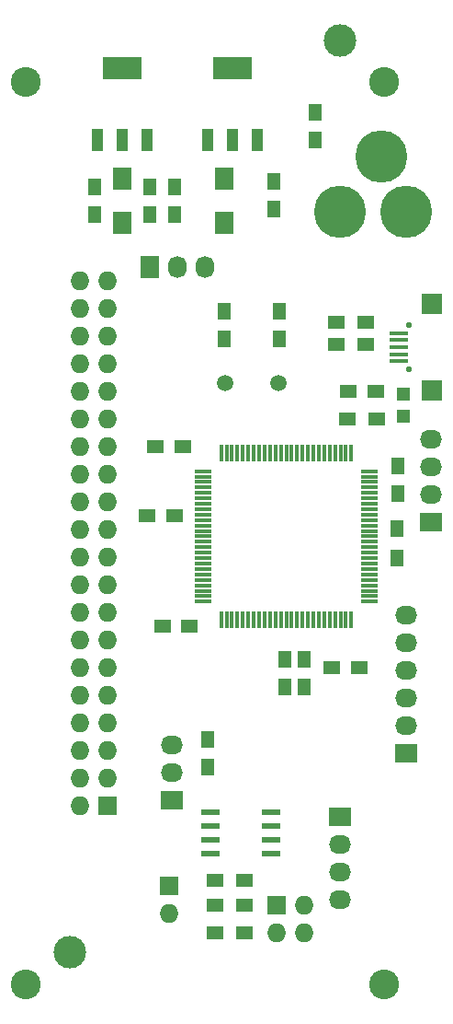
<source format=gbr>
G04 #@! TF.FileFunction,Soldermask,Top*
%FSLAX46Y46*%
G04 Gerber Fmt 4.6, Leading zero omitted, Abs format (unit mm)*
G04 Created by KiCad (PCBNEW 4.0.1-stable) date 12/18/2016 7:56:37 PM*
%MOMM*%
G01*
G04 APERTURE LIST*
%ADD10C,0.100000*%
%ADD11R,1.500000X0.300000*%
%ADD12R,0.300000X1.500000*%
%ADD13R,1.500000X1.250000*%
%ADD14R,1.250000X1.500000*%
%ADD15R,1.700000X2.000000*%
%ADD16C,3.000000*%
%ADD17R,2.032000X1.727200*%
%ADD18O,2.032000X1.727200*%
%ADD19R,1.727200X1.727200*%
%ADD20O,1.727200X1.727200*%
%ADD21R,1.727200X2.032000*%
%ADD22O,1.727200X2.032000*%
%ADD23C,2.750000*%
%ADD24R,1.500000X1.300000*%
%ADD25R,1.300000X1.500000*%
%ADD26R,1.651000X0.599440*%
%ADD27C,4.800600*%
%ADD28R,3.657600X2.032000*%
%ADD29R,1.016000X2.032000*%
%ADD30R,1.800000X0.400000*%
%ADD31C,0.550000*%
%ADD32R,1.900000X1.900000*%
%ADD33C,1.501140*%
%ADD34R,1.198880X1.198880*%
G04 APERTURE END LIST*
D10*
D11*
X47705000Y-63785000D03*
X47705000Y-63285000D03*
X47705000Y-62785000D03*
X47705000Y-62285000D03*
X47705000Y-61785000D03*
X47705000Y-61285000D03*
X47705000Y-60785000D03*
X47705000Y-60285000D03*
X47705000Y-59785000D03*
X47705000Y-59285000D03*
X47705000Y-58785000D03*
X47705000Y-58285000D03*
X47705000Y-57785000D03*
X47705000Y-57285000D03*
X47705000Y-56785000D03*
X47705000Y-56285000D03*
X47705000Y-55785000D03*
X47705000Y-55285000D03*
X47705000Y-54785000D03*
X47705000Y-54285000D03*
X47705000Y-53785000D03*
X47705000Y-53285000D03*
X47705000Y-52785000D03*
X47705000Y-52285000D03*
X47705000Y-51785000D03*
D12*
X46005000Y-50085000D03*
X45505000Y-50085000D03*
X45005000Y-50085000D03*
X44505000Y-50085000D03*
X44005000Y-50085000D03*
X43505000Y-50085000D03*
X43005000Y-50085000D03*
X42505000Y-50085000D03*
X42005000Y-50085000D03*
X41505000Y-50085000D03*
X41005000Y-50085000D03*
X40505000Y-50085000D03*
X40005000Y-50085000D03*
X39505000Y-50085000D03*
X39005000Y-50085000D03*
X38505000Y-50085000D03*
X38005000Y-50085000D03*
X37505000Y-50085000D03*
X37005000Y-50085000D03*
X36505000Y-50085000D03*
X36005000Y-50085000D03*
X35505000Y-50085000D03*
X35005000Y-50085000D03*
X34505000Y-50085000D03*
X34005000Y-50085000D03*
D11*
X32305000Y-51785000D03*
X32305000Y-52285000D03*
X32305000Y-52785000D03*
X32305000Y-53285000D03*
X32305000Y-53785000D03*
X32305000Y-54285000D03*
X32305000Y-54785000D03*
X32305000Y-55285000D03*
X32305000Y-55785000D03*
X32305000Y-56285000D03*
X32305000Y-56785000D03*
X32305000Y-57285000D03*
X32305000Y-57785000D03*
X32305000Y-58285000D03*
X32305000Y-58785000D03*
X32305000Y-59285000D03*
X32305000Y-59785000D03*
X32305000Y-60285000D03*
X32305000Y-60785000D03*
X32305000Y-61285000D03*
X32305000Y-61785000D03*
X32305000Y-62285000D03*
X32305000Y-62785000D03*
X32305000Y-63285000D03*
X32305000Y-63785000D03*
D12*
X34005000Y-65485000D03*
X34505000Y-65485000D03*
X35005000Y-65485000D03*
X35505000Y-65485000D03*
X36005000Y-65485000D03*
X36505000Y-65485000D03*
X37005000Y-65485000D03*
X37505000Y-65485000D03*
X38005000Y-65485000D03*
X38505000Y-65485000D03*
X39005000Y-65485000D03*
X39505000Y-65485000D03*
X40005000Y-65485000D03*
X40505000Y-65485000D03*
X41005000Y-65485000D03*
X41505000Y-65485000D03*
X42005000Y-65485000D03*
X42505000Y-65485000D03*
X43005000Y-65485000D03*
X43505000Y-65485000D03*
X44005000Y-65485000D03*
X44505000Y-65485000D03*
X45005000Y-65485000D03*
X45505000Y-65485000D03*
X46005000Y-65485000D03*
D13*
X44216000Y-69850000D03*
X46716000Y-69850000D03*
D14*
X50292000Y-53828000D03*
X50292000Y-51328000D03*
D13*
X31095000Y-66040000D03*
X28595000Y-66040000D03*
X48240000Y-44450000D03*
X45740000Y-44450000D03*
D14*
X32766000Y-78974000D03*
X32766000Y-76474000D03*
D13*
X30460000Y-49530000D03*
X27960000Y-49530000D03*
D14*
X39878000Y-71608000D03*
X39878000Y-69108000D03*
X41656000Y-71608000D03*
X41656000Y-69108000D03*
D13*
X27198000Y-55880000D03*
X29698000Y-55880000D03*
D15*
X24892000Y-28924000D03*
X24892000Y-24924000D03*
X34290000Y-28924000D03*
X34290000Y-24924000D03*
D16*
X44958000Y-12192000D03*
X20066000Y-96012000D03*
D17*
X53340000Y-56515000D03*
D18*
X53340000Y-53975000D03*
X53340000Y-51435000D03*
X53340000Y-48895000D03*
D19*
X29210000Y-89916000D03*
D20*
X29210000Y-92456000D03*
D21*
X27432000Y-33020000D03*
D22*
X29972000Y-33020000D03*
X32512000Y-33020000D03*
D17*
X29464000Y-82042000D03*
D18*
X29464000Y-79502000D03*
X29464000Y-76962000D03*
D23*
X16000000Y-16000000D03*
X49000000Y-16000000D03*
X16000000Y-99000000D03*
X49000000Y-99000000D03*
D24*
X36148000Y-89408000D03*
X33448000Y-89408000D03*
X36148000Y-91694000D03*
X33448000Y-91694000D03*
X36148000Y-94234000D03*
X33448000Y-94234000D03*
D25*
X50165000Y-57070000D03*
X50165000Y-59770000D03*
D24*
X45640000Y-46990000D03*
X48340000Y-46990000D03*
D26*
X38608000Y-83185000D03*
X33020000Y-83185000D03*
X38608000Y-84455000D03*
X38608000Y-85725000D03*
X38608000Y-86995000D03*
X33020000Y-84455000D03*
X33020000Y-85725000D03*
X33020000Y-86995000D03*
D27*
X51054000Y-27940000D03*
X44958000Y-27940000D03*
X48768000Y-22860000D03*
D28*
X35052000Y-14732000D03*
D29*
X35052000Y-21336000D03*
X37338000Y-21336000D03*
X32766000Y-21336000D03*
D28*
X24892000Y-14732000D03*
D29*
X24892000Y-21336000D03*
X27178000Y-21336000D03*
X22606000Y-21336000D03*
D19*
X23495000Y-82550000D03*
D20*
X20955000Y-82550000D03*
X23495000Y-80010000D03*
X20955000Y-80010000D03*
X23495000Y-77470000D03*
X20955000Y-77470000D03*
X23495000Y-74930000D03*
X20955000Y-74930000D03*
X23495000Y-72390000D03*
X20955000Y-72390000D03*
X23495000Y-69850000D03*
X20955000Y-69850000D03*
X23495000Y-67310000D03*
X20955000Y-67310000D03*
X23495000Y-64770000D03*
X20955000Y-64770000D03*
X23495000Y-62230000D03*
X20955000Y-62230000D03*
X23495000Y-59690000D03*
X20955000Y-59690000D03*
X23495000Y-57150000D03*
X20955000Y-57150000D03*
X23495000Y-54610000D03*
X20955000Y-54610000D03*
X23495000Y-52070000D03*
X20955000Y-52070000D03*
X23495000Y-49530000D03*
X20955000Y-49530000D03*
X23495000Y-46990000D03*
X20955000Y-46990000D03*
X23495000Y-44450000D03*
X20955000Y-44450000D03*
X23495000Y-41910000D03*
X20955000Y-41910000D03*
X23495000Y-39370000D03*
X20955000Y-39370000D03*
X23495000Y-36830000D03*
X20955000Y-36830000D03*
X23495000Y-34290000D03*
X20955000Y-34290000D03*
D14*
X34290000Y-37104000D03*
X34290000Y-39604000D03*
X39370000Y-37104000D03*
X39370000Y-39604000D03*
D30*
X50400000Y-41686000D03*
X50400000Y-41036000D03*
X50400000Y-40386000D03*
X50400000Y-39736000D03*
X50400000Y-39086000D03*
D31*
X51325000Y-42386000D03*
X51325000Y-38386000D03*
D32*
X53425000Y-44336000D03*
X53425000Y-36436000D03*
D24*
X47324000Y-40132000D03*
X44624000Y-40132000D03*
X47324000Y-38100000D03*
X44624000Y-38100000D03*
D33*
X34389060Y-43688000D03*
X39270940Y-43688000D03*
D14*
X42672000Y-21316000D03*
X42672000Y-18816000D03*
X29718000Y-25674000D03*
X29718000Y-28174000D03*
X38862000Y-25166000D03*
X38862000Y-27666000D03*
X27432000Y-25674000D03*
X27432000Y-28174000D03*
X22352000Y-25674000D03*
X22352000Y-28174000D03*
D17*
X44958000Y-83566000D03*
D18*
X44958000Y-86106000D03*
X44958000Y-88646000D03*
X44958000Y-91186000D03*
D19*
X39116000Y-91694000D03*
D20*
X41656000Y-91694000D03*
X39116000Y-94234000D03*
X41656000Y-94234000D03*
D17*
X51054000Y-77724000D03*
D18*
X51054000Y-75184000D03*
X51054000Y-72644000D03*
X51054000Y-70104000D03*
X51054000Y-67564000D03*
X51054000Y-65024000D03*
D34*
X50800000Y-46769020D03*
X50800000Y-44670980D03*
M02*

</source>
